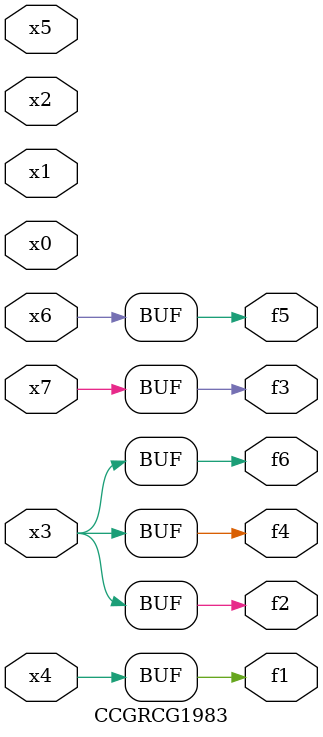
<source format=v>
module CCGRCG1983(
	input x0, x1, x2, x3, x4, x5, x6, x7,
	output f1, f2, f3, f4, f5, f6
);
	assign f1 = x4;
	assign f2 = x3;
	assign f3 = x7;
	assign f4 = x3;
	assign f5 = x6;
	assign f6 = x3;
endmodule

</source>
